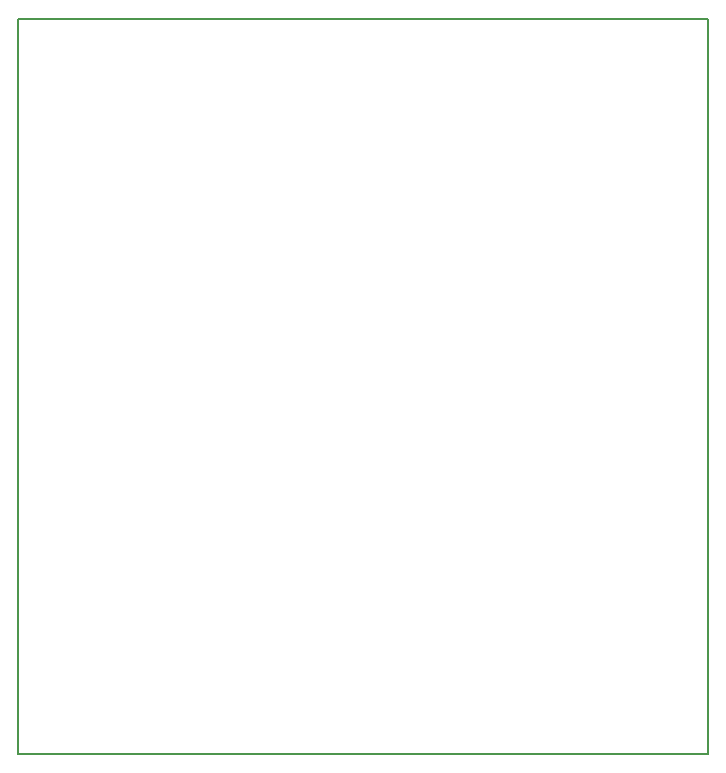
<source format=gm1>
G04 #@! TF.GenerationSoftware,KiCad,Pcbnew,(5.1.12)-1*
G04 #@! TF.CreationDate,2021-12-10T17:41:23+01:00*
G04 #@! TF.ProjectId,EmlaLockSafe_Controller_BoardV2,456d6c61-4c6f-4636-9b53-6166655f436f,rev?*
G04 #@! TF.SameCoordinates,Original*
G04 #@! TF.FileFunction,Profile,NP*
%FSLAX46Y46*%
G04 Gerber Fmt 4.6, Leading zero omitted, Abs format (unit mm)*
G04 Created by KiCad (PCBNEW (5.1.12)-1) date 2021-12-10 17:41:23*
%MOMM*%
%LPD*%
G01*
G04 APERTURE LIST*
G04 #@! TA.AperFunction,Profile*
%ADD10C,0.150000*%
G04 #@! TD*
G04 APERTURE END LIST*
D10*
X71120000Y-12700000D02*
X12700000Y-12700000D01*
X71120000Y-74930000D02*
X71120000Y-12700000D01*
X12700000Y-74930000D02*
X71120000Y-74930000D01*
X12700000Y-12700000D02*
X12700000Y-74930000D01*
M02*

</source>
